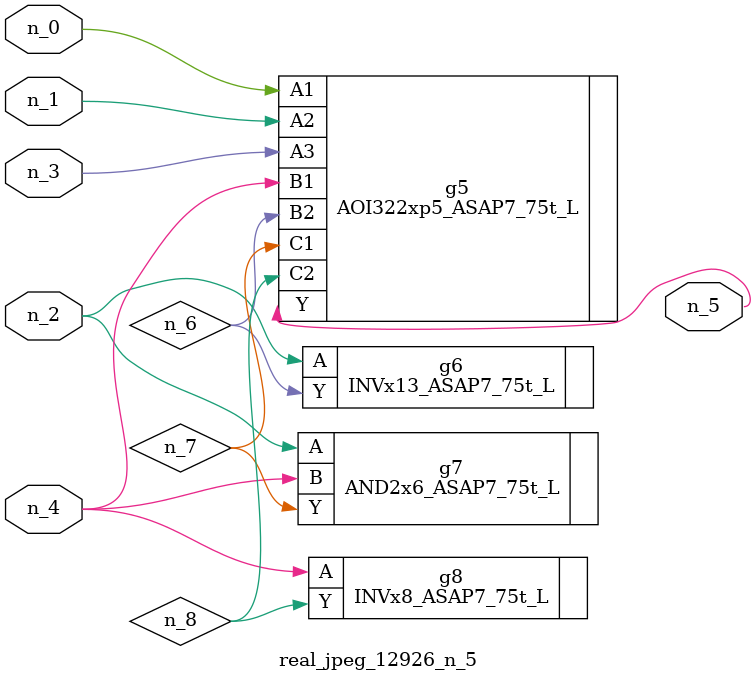
<source format=v>
module real_jpeg_12926_n_5 (n_4, n_0, n_1, n_2, n_3, n_5);

input n_4;
input n_0;
input n_1;
input n_2;
input n_3;

output n_5;

wire n_8;
wire n_6;
wire n_7;

AOI322xp5_ASAP7_75t_L g5 ( 
.A1(n_0),
.A2(n_1),
.A3(n_3),
.B1(n_4),
.B2(n_6),
.C1(n_7),
.C2(n_8),
.Y(n_5)
);

INVx13_ASAP7_75t_L g6 ( 
.A(n_2),
.Y(n_6)
);

AND2x6_ASAP7_75t_L g7 ( 
.A(n_2),
.B(n_4),
.Y(n_7)
);

INVx8_ASAP7_75t_L g8 ( 
.A(n_4),
.Y(n_8)
);


endmodule
</source>
